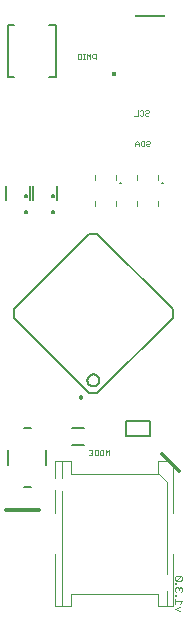
<source format=gbo>
G75*
%MOIN*%
%OFA0B0*%
%FSLAX25Y25*%
%IPPOS*%
%LPD*%
%AMOC8*
5,1,8,0,0,1.08239X$1,22.5*
%
%ADD10C,0.01200*%
%ADD11C,0.00400*%
%ADD12C,0.00500*%
%ADD13C,0.00300*%
%ADD14C,0.00394*%
%ADD15C,0.00600*%
%ADD16C,0.00787*%
%ADD17C,0.00800*%
%ADD18R,0.01673X0.01772*%
%ADD19R,0.10000X0.01000*%
D10*
X0048663Y0040686D02*
X0059663Y0040686D01*
X0100663Y0059186D02*
X0106163Y0053686D01*
D11*
X0105364Y0018755D02*
X0104963Y0018355D01*
X0104963Y0017554D01*
X0105364Y0017154D01*
X0106965Y0018755D01*
X0105364Y0018755D01*
X0106965Y0018755D02*
X0107366Y0018355D01*
X0107366Y0017554D01*
X0106965Y0017154D01*
X0105364Y0017154D01*
X0105364Y0016265D02*
X0104963Y0016265D01*
X0104963Y0015865D01*
X0105364Y0015865D01*
X0105364Y0016265D01*
X0105364Y0014888D02*
X0104963Y0014487D01*
X0104963Y0013687D01*
X0105364Y0013286D01*
X0105364Y0012398D02*
X0104963Y0012398D01*
X0104963Y0011997D01*
X0105364Y0011997D01*
X0105364Y0012398D01*
X0104963Y0011020D02*
X0104963Y0009419D01*
X0104963Y0010220D02*
X0107366Y0010220D01*
X0106565Y0009419D01*
X0106565Y0008442D02*
X0104963Y0007641D01*
X0106565Y0006841D01*
X0106965Y0013286D02*
X0107366Y0013687D01*
X0107366Y0014487D01*
X0106965Y0014888D01*
X0106565Y0014888D01*
X0106164Y0014487D01*
X0105764Y0014888D01*
X0105364Y0014888D01*
X0106164Y0014487D02*
X0106164Y0014087D01*
D12*
X0096663Y0065186D02*
X0088663Y0065186D01*
X0088663Y0070186D01*
X0096663Y0070186D01*
X0096663Y0065186D01*
X0079055Y0079739D02*
X0076272Y0079739D01*
X0051217Y0104794D01*
X0051217Y0107578D01*
X0076272Y0132633D01*
X0079055Y0132633D01*
X0104110Y0107578D01*
X0104110Y0104794D01*
X0079055Y0079739D01*
X0075694Y0083915D02*
X0075696Y0084003D01*
X0075702Y0084091D01*
X0075712Y0084179D01*
X0075726Y0084267D01*
X0075743Y0084353D01*
X0075765Y0084439D01*
X0075790Y0084523D01*
X0075820Y0084607D01*
X0075852Y0084689D01*
X0075889Y0084769D01*
X0075929Y0084848D01*
X0075973Y0084925D01*
X0076020Y0085000D01*
X0076070Y0085072D01*
X0076124Y0085143D01*
X0076180Y0085210D01*
X0076240Y0085276D01*
X0076302Y0085338D01*
X0076368Y0085398D01*
X0076435Y0085454D01*
X0076506Y0085508D01*
X0076578Y0085558D01*
X0076653Y0085605D01*
X0076730Y0085649D01*
X0076809Y0085689D01*
X0076889Y0085726D01*
X0076971Y0085758D01*
X0077055Y0085788D01*
X0077139Y0085813D01*
X0077225Y0085835D01*
X0077311Y0085852D01*
X0077399Y0085866D01*
X0077487Y0085876D01*
X0077575Y0085882D01*
X0077663Y0085884D01*
X0077751Y0085882D01*
X0077839Y0085876D01*
X0077927Y0085866D01*
X0078015Y0085852D01*
X0078101Y0085835D01*
X0078187Y0085813D01*
X0078271Y0085788D01*
X0078355Y0085758D01*
X0078437Y0085726D01*
X0078517Y0085689D01*
X0078596Y0085649D01*
X0078673Y0085605D01*
X0078748Y0085558D01*
X0078820Y0085508D01*
X0078891Y0085454D01*
X0078958Y0085398D01*
X0079024Y0085338D01*
X0079086Y0085276D01*
X0079146Y0085210D01*
X0079202Y0085143D01*
X0079256Y0085072D01*
X0079306Y0085000D01*
X0079353Y0084925D01*
X0079397Y0084848D01*
X0079437Y0084769D01*
X0079474Y0084689D01*
X0079506Y0084607D01*
X0079536Y0084523D01*
X0079561Y0084439D01*
X0079583Y0084353D01*
X0079600Y0084267D01*
X0079614Y0084179D01*
X0079624Y0084091D01*
X0079630Y0084003D01*
X0079632Y0083915D01*
X0079630Y0083827D01*
X0079624Y0083739D01*
X0079614Y0083651D01*
X0079600Y0083563D01*
X0079583Y0083477D01*
X0079561Y0083391D01*
X0079536Y0083307D01*
X0079506Y0083223D01*
X0079474Y0083141D01*
X0079437Y0083061D01*
X0079397Y0082982D01*
X0079353Y0082905D01*
X0079306Y0082830D01*
X0079256Y0082758D01*
X0079202Y0082687D01*
X0079146Y0082620D01*
X0079086Y0082554D01*
X0079024Y0082492D01*
X0078958Y0082432D01*
X0078891Y0082376D01*
X0078820Y0082322D01*
X0078748Y0082272D01*
X0078673Y0082225D01*
X0078596Y0082181D01*
X0078517Y0082141D01*
X0078437Y0082104D01*
X0078355Y0082072D01*
X0078271Y0082042D01*
X0078187Y0082017D01*
X0078101Y0081995D01*
X0078015Y0081978D01*
X0077927Y0081964D01*
X0077839Y0081954D01*
X0077751Y0081948D01*
X0077663Y0081946D01*
X0077575Y0081948D01*
X0077487Y0081954D01*
X0077399Y0081964D01*
X0077311Y0081978D01*
X0077225Y0081995D01*
X0077139Y0082017D01*
X0077055Y0082042D01*
X0076971Y0082072D01*
X0076889Y0082104D01*
X0076809Y0082141D01*
X0076730Y0082181D01*
X0076653Y0082225D01*
X0076578Y0082272D01*
X0076506Y0082322D01*
X0076435Y0082376D01*
X0076368Y0082432D01*
X0076302Y0082492D01*
X0076240Y0082554D01*
X0076180Y0082620D01*
X0076124Y0082687D01*
X0076070Y0082758D01*
X0076020Y0082830D01*
X0075973Y0082905D01*
X0075929Y0082982D01*
X0075889Y0083061D01*
X0075852Y0083141D01*
X0075820Y0083223D01*
X0075790Y0083307D01*
X0075765Y0083391D01*
X0075743Y0083477D01*
X0075726Y0083563D01*
X0075712Y0083651D01*
X0075702Y0083739D01*
X0075696Y0083827D01*
X0075694Y0083915D01*
X0063911Y0140086D02*
X0063913Y0140123D01*
X0063919Y0140160D01*
X0063929Y0140197D01*
X0063942Y0140231D01*
X0063960Y0140265D01*
X0063980Y0140296D01*
X0064004Y0140325D01*
X0064031Y0140351D01*
X0064061Y0140374D01*
X0064092Y0140394D01*
X0064126Y0140410D01*
X0064161Y0140423D01*
X0064198Y0140432D01*
X0064235Y0140437D01*
X0064272Y0140438D01*
X0064310Y0140435D01*
X0064347Y0140428D01*
X0064382Y0140417D01*
X0064417Y0140403D01*
X0064450Y0140384D01*
X0064480Y0140363D01*
X0064509Y0140338D01*
X0064534Y0140311D01*
X0064556Y0140281D01*
X0064575Y0140248D01*
X0064591Y0140214D01*
X0064603Y0140179D01*
X0064611Y0140142D01*
X0064615Y0140105D01*
X0064615Y0140067D01*
X0064611Y0140030D01*
X0064603Y0139993D01*
X0064591Y0139958D01*
X0064575Y0139924D01*
X0064556Y0139891D01*
X0064534Y0139861D01*
X0064509Y0139834D01*
X0064480Y0139809D01*
X0064450Y0139788D01*
X0064417Y0139769D01*
X0064382Y0139755D01*
X0064347Y0139744D01*
X0064310Y0139737D01*
X0064272Y0139734D01*
X0064235Y0139735D01*
X0064198Y0139740D01*
X0064161Y0139749D01*
X0064126Y0139762D01*
X0064092Y0139778D01*
X0064061Y0139798D01*
X0064031Y0139821D01*
X0064004Y0139847D01*
X0063980Y0139876D01*
X0063960Y0139907D01*
X0063942Y0139941D01*
X0063929Y0139975D01*
X0063919Y0140012D01*
X0063913Y0140049D01*
X0063911Y0140086D01*
X0054911Y0140086D02*
X0054913Y0140123D01*
X0054919Y0140160D01*
X0054929Y0140197D01*
X0054942Y0140231D01*
X0054960Y0140265D01*
X0054980Y0140296D01*
X0055004Y0140325D01*
X0055031Y0140351D01*
X0055061Y0140374D01*
X0055092Y0140394D01*
X0055126Y0140410D01*
X0055161Y0140423D01*
X0055198Y0140432D01*
X0055235Y0140437D01*
X0055272Y0140438D01*
X0055310Y0140435D01*
X0055347Y0140428D01*
X0055382Y0140417D01*
X0055417Y0140403D01*
X0055450Y0140384D01*
X0055480Y0140363D01*
X0055509Y0140338D01*
X0055534Y0140311D01*
X0055556Y0140281D01*
X0055575Y0140248D01*
X0055591Y0140214D01*
X0055603Y0140179D01*
X0055611Y0140142D01*
X0055615Y0140105D01*
X0055615Y0140067D01*
X0055611Y0140030D01*
X0055603Y0139993D01*
X0055591Y0139958D01*
X0055575Y0139924D01*
X0055556Y0139891D01*
X0055534Y0139861D01*
X0055509Y0139834D01*
X0055480Y0139809D01*
X0055450Y0139788D01*
X0055417Y0139769D01*
X0055382Y0139755D01*
X0055347Y0139744D01*
X0055310Y0139737D01*
X0055272Y0139734D01*
X0055235Y0139735D01*
X0055198Y0139740D01*
X0055161Y0139749D01*
X0055126Y0139762D01*
X0055092Y0139778D01*
X0055061Y0139798D01*
X0055031Y0139821D01*
X0055004Y0139847D01*
X0054980Y0139876D01*
X0054960Y0139907D01*
X0054942Y0139941D01*
X0054929Y0139975D01*
X0054919Y0140012D01*
X0054913Y0140049D01*
X0054911Y0140086D01*
X0054831Y0145363D02*
X0054833Y0145400D01*
X0054839Y0145437D01*
X0054849Y0145474D01*
X0054862Y0145508D01*
X0054880Y0145542D01*
X0054900Y0145573D01*
X0054924Y0145602D01*
X0054951Y0145628D01*
X0054981Y0145651D01*
X0055012Y0145671D01*
X0055046Y0145687D01*
X0055081Y0145700D01*
X0055118Y0145709D01*
X0055155Y0145714D01*
X0055192Y0145715D01*
X0055230Y0145712D01*
X0055267Y0145705D01*
X0055302Y0145694D01*
X0055337Y0145680D01*
X0055370Y0145661D01*
X0055400Y0145640D01*
X0055429Y0145615D01*
X0055454Y0145588D01*
X0055476Y0145558D01*
X0055495Y0145525D01*
X0055511Y0145491D01*
X0055523Y0145456D01*
X0055531Y0145419D01*
X0055535Y0145382D01*
X0055535Y0145344D01*
X0055531Y0145307D01*
X0055523Y0145270D01*
X0055511Y0145235D01*
X0055495Y0145201D01*
X0055476Y0145168D01*
X0055454Y0145138D01*
X0055429Y0145111D01*
X0055400Y0145086D01*
X0055370Y0145065D01*
X0055337Y0145046D01*
X0055302Y0145032D01*
X0055267Y0145021D01*
X0055230Y0145014D01*
X0055192Y0145011D01*
X0055155Y0145012D01*
X0055118Y0145017D01*
X0055081Y0145026D01*
X0055046Y0145039D01*
X0055012Y0145055D01*
X0054981Y0145075D01*
X0054951Y0145098D01*
X0054924Y0145124D01*
X0054900Y0145153D01*
X0054880Y0145184D01*
X0054862Y0145218D01*
X0054849Y0145252D01*
X0054839Y0145289D01*
X0054833Y0145326D01*
X0054831Y0145363D01*
X0063831Y0145363D02*
X0063833Y0145400D01*
X0063839Y0145437D01*
X0063849Y0145474D01*
X0063862Y0145508D01*
X0063880Y0145542D01*
X0063900Y0145573D01*
X0063924Y0145602D01*
X0063951Y0145628D01*
X0063981Y0145651D01*
X0064012Y0145671D01*
X0064046Y0145687D01*
X0064081Y0145700D01*
X0064118Y0145709D01*
X0064155Y0145714D01*
X0064192Y0145715D01*
X0064230Y0145712D01*
X0064267Y0145705D01*
X0064302Y0145694D01*
X0064337Y0145680D01*
X0064370Y0145661D01*
X0064400Y0145640D01*
X0064429Y0145615D01*
X0064454Y0145588D01*
X0064476Y0145558D01*
X0064495Y0145525D01*
X0064511Y0145491D01*
X0064523Y0145456D01*
X0064531Y0145419D01*
X0064535Y0145382D01*
X0064535Y0145344D01*
X0064531Y0145307D01*
X0064523Y0145270D01*
X0064511Y0145235D01*
X0064495Y0145201D01*
X0064476Y0145168D01*
X0064454Y0145138D01*
X0064429Y0145111D01*
X0064400Y0145086D01*
X0064370Y0145065D01*
X0064337Y0145046D01*
X0064302Y0145032D01*
X0064267Y0145021D01*
X0064230Y0145014D01*
X0064192Y0145011D01*
X0064155Y0145012D01*
X0064118Y0145017D01*
X0064081Y0145026D01*
X0064046Y0145039D01*
X0064012Y0145055D01*
X0063981Y0145075D01*
X0063951Y0145098D01*
X0063924Y0145124D01*
X0063900Y0145153D01*
X0063880Y0145184D01*
X0063862Y0145218D01*
X0063849Y0145252D01*
X0063839Y0145289D01*
X0063833Y0145326D01*
X0063831Y0145363D01*
X0062951Y0184907D02*
X0065156Y0184907D01*
X0065156Y0202466D01*
X0062951Y0202466D01*
X0051376Y0202466D02*
X0049171Y0202466D01*
X0049171Y0184907D01*
X0051376Y0184907D01*
D13*
X0072445Y0191120D02*
X0072445Y0192254D01*
X0072728Y0192538D01*
X0073579Y0192538D01*
X0073579Y0190836D01*
X0072728Y0190836D01*
X0072445Y0191120D01*
X0074239Y0190836D02*
X0074807Y0190836D01*
X0074523Y0190836D02*
X0074523Y0192538D01*
X0074807Y0192538D02*
X0074239Y0192538D01*
X0075514Y0192538D02*
X0075514Y0190836D01*
X0076648Y0190836D02*
X0076648Y0192538D01*
X0076081Y0191971D01*
X0075514Y0192538D01*
X0077355Y0192254D02*
X0077355Y0191687D01*
X0077639Y0191403D01*
X0078490Y0191403D01*
X0078490Y0190836D02*
X0078490Y0192538D01*
X0077639Y0192538D01*
X0077355Y0192254D01*
X0092493Y0173838D02*
X0092493Y0172136D01*
X0091358Y0172136D01*
X0093200Y0172420D02*
X0093484Y0172136D01*
X0094051Y0172136D01*
X0094334Y0172420D01*
X0094334Y0173554D01*
X0094051Y0173838D01*
X0093484Y0173838D01*
X0093200Y0173554D01*
X0095042Y0173554D02*
X0095325Y0173838D01*
X0095892Y0173838D01*
X0096176Y0173554D01*
X0096176Y0173271D01*
X0095892Y0172987D01*
X0095325Y0172987D01*
X0095042Y0172703D01*
X0095042Y0172420D01*
X0095325Y0172136D01*
X0095892Y0172136D01*
X0096176Y0172420D01*
X0096192Y0163638D02*
X0096476Y0163354D01*
X0096476Y0163071D01*
X0096192Y0162787D01*
X0095625Y0162787D01*
X0095342Y0162503D01*
X0095342Y0162220D01*
X0095625Y0161936D01*
X0096192Y0161936D01*
X0096476Y0162220D01*
X0096192Y0163638D02*
X0095625Y0163638D01*
X0095342Y0163354D01*
X0094634Y0163638D02*
X0093784Y0163638D01*
X0093500Y0163354D01*
X0093500Y0162220D01*
X0093784Y0161936D01*
X0094634Y0161936D01*
X0094634Y0163638D01*
X0092793Y0163071D02*
X0092226Y0163638D01*
X0091658Y0163071D01*
X0091658Y0161936D01*
X0091658Y0162787D02*
X0092793Y0162787D01*
X0092793Y0163071D02*
X0092793Y0161936D01*
X0082897Y0060538D02*
X0082329Y0059971D01*
X0081762Y0060538D01*
X0081762Y0058836D01*
X0081055Y0059120D02*
X0080771Y0058836D01*
X0080204Y0058836D01*
X0079921Y0059120D01*
X0079921Y0060254D01*
X0080204Y0060538D01*
X0080771Y0060538D01*
X0081055Y0060254D01*
X0081055Y0059120D01*
X0079213Y0058836D02*
X0079213Y0060538D01*
X0078363Y0060538D01*
X0078079Y0060254D01*
X0078079Y0059120D01*
X0078363Y0058836D01*
X0079213Y0058836D01*
X0077372Y0058836D02*
X0076238Y0058836D01*
X0076805Y0059687D02*
X0077372Y0059687D01*
X0077372Y0060538D02*
X0077372Y0058836D01*
X0077372Y0060538D02*
X0076238Y0060538D01*
X0082897Y0060538D02*
X0082897Y0058836D01*
D14*
X0067144Y0008674D02*
X0064978Y0008674D01*
X0064978Y0025997D01*
X0064978Y0039776D02*
X0064978Y0047256D01*
X0067144Y0046863D02*
X0067144Y0008674D01*
X0070097Y0008674D01*
X0070097Y0012808D01*
X0099230Y0012808D01*
X0099230Y0008674D01*
X0102183Y0008674D01*
X0102183Y0013792D01*
X0102183Y0008674D02*
X0104349Y0008674D01*
X0104349Y0025997D01*
X0102183Y0019304D02*
X0102183Y0050012D01*
X0099230Y0052965D01*
X0099230Y0052571D01*
X0070097Y0052571D01*
X0070097Y0057099D01*
X0067144Y0057099D01*
X0067144Y0051390D01*
X0064978Y0051193D02*
X0064978Y0057099D01*
X0067144Y0057099D01*
X0099230Y0057099D02*
X0099230Y0052965D01*
X0102183Y0057099D02*
X0104349Y0054934D01*
X0104349Y0039776D01*
X0102183Y0057099D02*
X0099230Y0057099D01*
X0099207Y0142068D02*
X0099207Y0143643D01*
X0092120Y0143643D02*
X0092120Y0142068D01*
X0085207Y0142068D02*
X0085207Y0143643D01*
X0078120Y0143643D02*
X0078120Y0142068D01*
X0078120Y0150730D02*
X0078120Y0152304D01*
X0085207Y0152304D02*
X0085207Y0150730D01*
X0092120Y0150730D02*
X0092120Y0152304D01*
X0099207Y0152304D02*
X0099207Y0150730D01*
D15*
X0065687Y0148689D02*
X0065687Y0144083D01*
X0057640Y0144083D02*
X0057640Y0148689D01*
X0056687Y0148689D02*
X0056687Y0144083D01*
X0048640Y0144083D02*
X0048640Y0148689D01*
D16*
X0086703Y0149568D02*
X0086705Y0149580D01*
X0086710Y0149591D01*
X0086719Y0149600D01*
X0086730Y0149605D01*
X0086742Y0149607D01*
X0086754Y0149605D01*
X0086765Y0149600D01*
X0086774Y0149591D01*
X0086779Y0149580D01*
X0086781Y0149568D01*
X0086779Y0149556D01*
X0086774Y0149545D01*
X0086765Y0149536D01*
X0086754Y0149531D01*
X0086742Y0149529D01*
X0086730Y0149531D01*
X0086719Y0149536D01*
X0086710Y0149545D01*
X0086705Y0149556D01*
X0086703Y0149568D01*
X0100703Y0149568D02*
X0100705Y0149580D01*
X0100710Y0149591D01*
X0100719Y0149600D01*
X0100730Y0149605D01*
X0100742Y0149607D01*
X0100754Y0149605D01*
X0100765Y0149600D01*
X0100774Y0149591D01*
X0100779Y0149580D01*
X0100781Y0149568D01*
X0100779Y0149556D01*
X0100774Y0149545D01*
X0100765Y0149536D01*
X0100754Y0149531D01*
X0100742Y0149529D01*
X0100730Y0149531D01*
X0100719Y0149536D01*
X0100710Y0149545D01*
X0100705Y0149556D01*
X0100703Y0149568D01*
X0073233Y0078208D02*
X0073235Y0078247D01*
X0073241Y0078286D01*
X0073251Y0078324D01*
X0073264Y0078361D01*
X0073281Y0078396D01*
X0073301Y0078430D01*
X0073325Y0078461D01*
X0073352Y0078490D01*
X0073381Y0078516D01*
X0073413Y0078539D01*
X0073447Y0078559D01*
X0073483Y0078575D01*
X0073520Y0078587D01*
X0073559Y0078596D01*
X0073598Y0078601D01*
X0073637Y0078602D01*
X0073676Y0078599D01*
X0073715Y0078592D01*
X0073752Y0078581D01*
X0073789Y0078567D01*
X0073824Y0078549D01*
X0073857Y0078528D01*
X0073888Y0078503D01*
X0073916Y0078476D01*
X0073941Y0078446D01*
X0073963Y0078413D01*
X0073982Y0078379D01*
X0073997Y0078343D01*
X0074009Y0078305D01*
X0074017Y0078267D01*
X0074021Y0078228D01*
X0074021Y0078188D01*
X0074017Y0078149D01*
X0074009Y0078111D01*
X0073997Y0078073D01*
X0073982Y0078037D01*
X0073963Y0078003D01*
X0073941Y0077970D01*
X0073916Y0077940D01*
X0073888Y0077913D01*
X0073857Y0077888D01*
X0073824Y0077867D01*
X0073789Y0077849D01*
X0073752Y0077835D01*
X0073715Y0077824D01*
X0073676Y0077817D01*
X0073637Y0077814D01*
X0073598Y0077815D01*
X0073559Y0077820D01*
X0073520Y0077829D01*
X0073483Y0077841D01*
X0073447Y0077857D01*
X0073413Y0077877D01*
X0073381Y0077900D01*
X0073352Y0077926D01*
X0073325Y0077955D01*
X0073301Y0077986D01*
X0073281Y0078020D01*
X0073264Y0078055D01*
X0073251Y0078092D01*
X0073241Y0078130D01*
X0073235Y0078169D01*
X0073233Y0078208D01*
D17*
X0074632Y0068139D02*
X0070695Y0068139D01*
X0070695Y0062234D02*
X0074632Y0062234D01*
X0061963Y0060549D02*
X0061963Y0055824D01*
X0056845Y0048344D02*
X0054482Y0048344D01*
X0049364Y0055824D02*
X0049364Y0060549D01*
X0054482Y0068029D02*
X0056845Y0068029D01*
D18*
X0084504Y0186076D03*
D19*
X0096663Y0205286D03*
M02*

</source>
